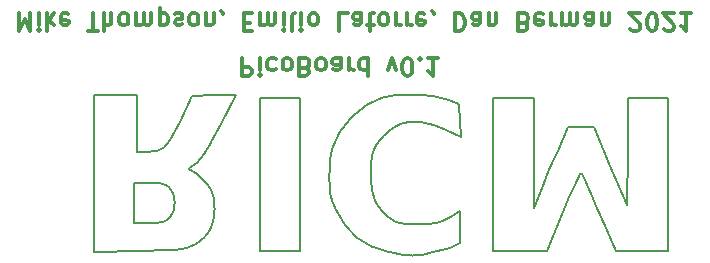
<source format=gbr>
%TF.GenerationSoftware,KiCad,Pcbnew,(5.1.10)-1*%
%TF.CreationDate,2021-07-09T19:13:41-04:00*%
%TF.ProjectId,RICM_pico,5249434d-5f70-4696-936f-2e6b69636164,rev?*%
%TF.SameCoordinates,Original*%
%TF.FileFunction,Legend,Bot*%
%TF.FilePolarity,Positive*%
%FSLAX46Y46*%
G04 Gerber Fmt 4.6, Leading zero omitted, Abs format (unit mm)*
G04 Created by KiCad (PCBNEW (5.1.10)-1) date 2021-07-09 19:13:41*
%MOMM*%
%LPD*%
G01*
G04 APERTURE LIST*
%ADD10C,0.200000*%
%ADD11C,0.300000*%
G04 APERTURE END LIST*
D10*
X164463200Y-121091400D02*
X163627560Y-121477986D01*
X164463200Y-119737582D02*
X164463200Y-121091400D01*
X153614529Y-117503530D02*
G75*
G03*
X153881464Y-118147625I6962471J2508130D01*
G01*
X153464043Y-116950014D02*
G75*
G03*
X153616329Y-117508520I3546932J667118D01*
G01*
X163267357Y-111486675D02*
G75*
G03*
X162219711Y-111061459I-3384811J-6836284D01*
G01*
X162214892Y-111059910D02*
G75*
G03*
X161170185Y-110821707I-1897511J-5912042D01*
G01*
X156941096Y-121344592D02*
G75*
G03*
X158496408Y-121840846I3378343J7902687D01*
G01*
X154714532Y-119560587D02*
G75*
G03*
X155711248Y-120607949I4346294J3138185D01*
G01*
X156565936Y-109332327D02*
G75*
G03*
X155284796Y-110363263I4143272J-6460330D01*
G01*
X164421428Y-110680085D02*
X164479583Y-112087510D01*
X160627355Y-108476575D02*
G75*
G03*
X159094496Y-108506748I-468619J-15144629D01*
G01*
X153390943Y-116329633D02*
G75*
G03*
X153464395Y-116951885I4542539J220750D01*
G01*
X153390752Y-116325675D02*
X153372166Y-115447625D01*
X153393374Y-114773997D02*
X153449976Y-114073073D01*
X153625761Y-113012547D02*
G75*
G03*
X153530292Y-113443205I3110827J-915523D01*
G01*
X154250460Y-111645975D02*
G75*
G03*
X153625008Y-113015108I4437838J-2854734D01*
G01*
X155282678Y-110365379D02*
G75*
G03*
X154248066Y-111649700I5442315J-5443061D01*
G01*
X155708586Y-120605817D02*
G75*
G03*
X156946652Y-121346964I3324286J4148478D01*
G01*
X153883586Y-118152126D02*
G75*
G03*
X154715205Y-119561517I8012194J3777595D01*
G01*
X153372166Y-115447625D02*
X153393374Y-114773997D01*
X153449976Y-114073073D02*
X153530292Y-113443205D01*
X157927886Y-108714132D02*
G75*
G03*
X156570305Y-109329527I1443361J-4989235D01*
G01*
X159097007Y-108506572D02*
G75*
G03*
X157930756Y-108713303I392147J-5605244D01*
G01*
X162141245Y-108599754D02*
G75*
G03*
X160616417Y-108476240I-1981513J-14988513D01*
G01*
X163261999Y-108873986D02*
G75*
G03*
X162129579Y-108598216I-1835465J-5074165D01*
G01*
X163263273Y-108874448D02*
X164363273Y-109272661D01*
X164363273Y-109272661D02*
X164421428Y-110680085D01*
X164479583Y-112087510D02*
X163270218Y-111488092D01*
X142771779Y-120583333D02*
G75*
G03*
X143069293Y-120246046I-2424249J2438234D01*
G01*
X163513273Y-118911704D02*
X164463273Y-118375783D01*
X161170313Y-110821724D02*
G75*
G03*
X160206573Y-110781401I-691258J-4984248D01*
G01*
X137063273Y-108547625D02*
X137063273Y-110947625D01*
X137852154Y-113347625D02*
G75*
G03*
X138796481Y-113252152I-1904J4736798D01*
G01*
X141663883Y-114614348D02*
G75*
G03*
X141520711Y-114687093I611045J-1379877D01*
G01*
X162431529Y-119354008D02*
G75*
G03*
X162931932Y-119198593I-508232J2519697D01*
G01*
X133463273Y-108547625D02*
X135263273Y-108547625D01*
X158059623Y-118590309D02*
G75*
G03*
X158376598Y-118870842I2068555J2017922D01*
G01*
X140699120Y-110771555D02*
X141763273Y-108574823D01*
X142736695Y-113557242D02*
G75*
G03*
X143393638Y-112515809I-10131270J7118791D01*
G01*
X162934268Y-119197596D02*
G75*
G03*
X163513273Y-118911704I-2307942J5403439D01*
G01*
X141763273Y-108574823D02*
X143619836Y-108561224D01*
X164463273Y-118375783D02*
X164463273Y-119729601D01*
X137063273Y-113347625D02*
X137850253Y-113347625D01*
X159280447Y-119358588D02*
G75*
G03*
X159820421Y-119430143I634873J2717765D01*
G01*
X161823532Y-119427387D02*
G75*
G03*
X162430074Y-119354301I-161047J3889965D01*
G01*
X160848367Y-119447625D02*
X161824109Y-119427362D01*
X163627560Y-121477986D02*
X162183547Y-121853924D01*
X160405461Y-122111908D02*
G75*
G03*
X161182231Y-122051734I18473J4805128D01*
G01*
X158698805Y-111349044D02*
G75*
G03*
X157969336Y-111979887I3598847J-4898676D01*
G01*
X133463273Y-115162917D02*
X133463273Y-108547625D01*
X141663142Y-114614675D02*
G75*
G03*
X142167807Y-114256625I-631552J1424841D01*
G01*
X138796443Y-113252159D02*
G75*
G03*
X139396542Y-112948748I-254493J1248501D01*
G01*
X159820421Y-119430143D02*
X160848367Y-119447625D01*
X162183547Y-121853924D02*
X161182231Y-122051734D01*
X157729941Y-118218812D02*
G75*
G03*
X158059472Y-118590155I4101920J3308171D01*
G01*
X159603053Y-122047711D02*
X158496408Y-121840846D01*
X160208538Y-110781296D02*
G75*
G03*
X159415588Y-110953602I135452J-2534062D01*
G01*
X157369939Y-112694144D02*
G75*
G03*
X157061915Y-113340629I1688590J-1201166D01*
G01*
X157246306Y-117471746D02*
G75*
G03*
X157443746Y-117827998I2337051J1062386D01*
G01*
X135263273Y-108547625D02*
X137063273Y-108547625D01*
X156892899Y-114315296D02*
G75*
G03*
X156876384Y-115498769I10100806J-732803D01*
G01*
X143619836Y-108561224D02*
X145476399Y-108547625D01*
X142164791Y-114259837D02*
G75*
G03*
X142731629Y-113564447I-4627260J4350575D01*
G01*
X141480667Y-114744696D02*
G75*
G03*
X141504736Y-114801121I55980J-9467D01*
G01*
X141504285Y-114800814D02*
G75*
G03*
X141620662Y-114866754I459213J674787D01*
G01*
X142061873Y-115138577D02*
G75*
G03*
X141620662Y-114866754I-1360393J-1714140D01*
G01*
X139917134Y-112289057D02*
X140699120Y-110771555D01*
X143071182Y-116115673D02*
G75*
G03*
X142591449Y-115603292I-5478056J-4648242D01*
G01*
X141520682Y-114687110D02*
G75*
G03*
X141480666Y-114744702I41187J-71315D01*
G01*
X158376817Y-118871009D02*
G75*
G03*
X158865963Y-119195460I2719656J3569235D01*
G01*
X159413770Y-110954317D02*
G75*
G03*
X158699488Y-111348543I1160542J-2946947D01*
G01*
X137063273Y-110947625D02*
X137063273Y-113347625D01*
X145476399Y-108547625D02*
X144224663Y-110974831D01*
X144224663Y-110974831D02*
X143393638Y-112515809D01*
X142588947Y-115600870D02*
G75*
G03*
X142062481Y-115139060I-4984430J-5151283D01*
G01*
X157062464Y-113338655D02*
G75*
G03*
X156892897Y-114315320I4807678J-1337752D01*
G01*
X156994157Y-116638289D02*
G75*
G03*
X157245896Y-117470842I3245716J527070D01*
G01*
X157442755Y-117826503D02*
G75*
G03*
X157732248Y-118221669I4334488J2871756D01*
G01*
X139396554Y-112948737D02*
G75*
G03*
X139917134Y-112289057I-1689841J1868766D01*
G01*
X158865300Y-119195082D02*
G75*
G03*
X159281099Y-119358741I765417J1334615D01*
G01*
X143369895Y-116560431D02*
G75*
G03*
X143074535Y-116119627I-2097250J-1085903D01*
G01*
X143597690Y-117267388D02*
G75*
G03*
X143370456Y-116561516I-2222679J-326010D01*
G01*
X143653441Y-118197051D02*
G75*
G03*
X143597778Y-117267991I-5446341J139888D01*
G01*
X143548612Y-119142550D02*
G75*
G03*
X143653416Y-118198038I-5513291J1089829D01*
G01*
X157969567Y-111979652D02*
G75*
G03*
X157369399Y-112694901I4144771J-4087315D01*
G01*
X143284499Y-119906018D02*
G75*
G03*
X143548188Y-119144695I-2611435J1330815D01*
G01*
X159605496Y-122048094D02*
G75*
G03*
X160406885Y-122111914I820184J5235668D01*
G01*
X143070121Y-120244974D02*
G75*
G03*
X143283915Y-119907162I-1713853J1321223D01*
G01*
X156876491Y-115501172D02*
G75*
G03*
X156994534Y-116640602I9791879J438586D01*
G01*
X150863273Y-115247625D02*
X150863273Y-121747625D01*
X138155482Y-119347625D02*
X138855353Y-119329806D01*
X141401173Y-121435428D02*
G75*
G03*
X142033915Y-121149195I-1183671J3459084D01*
G01*
X170674967Y-113397625D02*
X170686661Y-118047625D01*
X174678315Y-111247625D02*
X175741828Y-111247625D01*
X176379679Y-118871375D02*
X175981472Y-117942964D01*
X138856170Y-119329764D02*
G75*
G03*
X139280560Y-119264909I-109845J2139740D01*
G01*
X139219425Y-116031211D02*
G75*
G03*
X138781131Y-115966501I-581681J-2423137D01*
G01*
X168963273Y-108747625D02*
X170663273Y-108747625D01*
X178670782Y-108747625D02*
X180367027Y-108747625D01*
X177052413Y-120397625D02*
X176759696Y-119743303D01*
X150863273Y-121747625D02*
X149163273Y-121747625D01*
X136863273Y-115947625D02*
X136863273Y-117647625D01*
X147463273Y-115247625D02*
X147463273Y-108747625D01*
X176759696Y-119743303D02*
X176379679Y-118871375D01*
X138781131Y-115966501D02*
X138125560Y-115947625D01*
X149163273Y-108747625D02*
X150863273Y-108747625D01*
X182063273Y-115247625D02*
X182063273Y-121747625D01*
X138125560Y-115947625D02*
X136863273Y-115947625D01*
X167263273Y-115247625D02*
X167263273Y-108747625D01*
X139719150Y-121660559D02*
X137313273Y-121712917D01*
X133463273Y-121778210D02*
X133463273Y-115162917D01*
X139716811Y-121660620D02*
G75*
G03*
X140740526Y-121586166I-292464J11096233D01*
G01*
X140157622Y-116876111D02*
G75*
G03*
X139825560Y-116355416I-1172721J-381646D01*
G01*
X171530028Y-115970861D02*
X171913593Y-115071375D01*
X150863273Y-108747625D02*
X150863273Y-115247625D01*
X182063273Y-121747625D02*
X179865264Y-121747625D01*
X149163273Y-121747625D02*
X147463273Y-121747625D01*
X178617027Y-113297625D02*
X178670782Y-108747625D01*
X147463273Y-108747625D02*
X149163273Y-108747625D01*
X170686661Y-118047625D02*
X171250810Y-116647625D01*
X136863273Y-117647625D02*
X136863273Y-119347625D01*
X142032407Y-121150057D02*
G75*
G03*
X142416756Y-120894105I-1685049J2946895D01*
G01*
X172329043Y-114115787D02*
X172714881Y-113247625D01*
X147463273Y-121747625D02*
X147463273Y-115247625D01*
X139855911Y-118909450D02*
G75*
G03*
X140174864Y-118350209I-1028030J956892D01*
G01*
X173614801Y-111247625D02*
X174678315Y-111247625D01*
X177152550Y-114547625D02*
X178563273Y-117847625D01*
X140175095Y-118349426D02*
G75*
G03*
X140277862Y-117606815I-2418334J713080D01*
G01*
X137313273Y-121712917D02*
X133463273Y-121778210D01*
X179865264Y-121747625D02*
X177667255Y-121747625D01*
X177667255Y-121747625D02*
X177052413Y-120397625D01*
X139281012Y-119264793D02*
G75*
G03*
X139584615Y-119133955I-268354J1040368D01*
G01*
X140277842Y-117605196D02*
G75*
G03*
X140157742Y-116876480I-2455118J-30375D01*
G01*
X170663273Y-108747625D02*
X170674967Y-113397625D01*
X171250810Y-116647625D02*
X171530028Y-115970861D01*
X180367027Y-108747625D02*
X182063273Y-108747625D01*
X175981472Y-117942964D02*
X175625653Y-117097625D01*
X175625653Y-117097625D02*
X175304468Y-116350093D01*
X136863273Y-119347625D02*
X138155482Y-119347625D01*
X172714881Y-113247625D02*
X173614801Y-111247625D01*
X142414481Y-120895853D02*
G75*
G03*
X142770996Y-120584112I-2265203J2950276D01*
G01*
X175741828Y-111247625D02*
X177152550Y-114547625D01*
X178563273Y-117847625D02*
X178617027Y-113297625D01*
X182063273Y-108747625D02*
X182063273Y-115247625D01*
X175011759Y-115720437D02*
X174750606Y-115193589D01*
X175304468Y-116350093D02*
X175011759Y-115720437D01*
X174750583Y-115193545D02*
G75*
G03*
X174675941Y-115147625I-74642J-37705D01*
G01*
X139825740Y-116355583D02*
G75*
G03*
X139544313Y-116154593I-909232J-975586D01*
G01*
X139544423Y-116154652D02*
G75*
G03*
X139219025Y-116031116I-644873J-1208296D01*
G01*
X140742721Y-121585903D02*
G75*
G03*
X141398675Y-121436281I-383800J3195306D01*
G01*
X167263273Y-108747625D02*
X168963273Y-108747625D01*
X171913593Y-115071375D02*
X172329043Y-114115787D01*
X139583876Y-119134419D02*
G75*
G03*
X139855482Y-118909912I-722635J1150781D01*
G01*
X167263273Y-121747625D02*
X167263273Y-115247625D01*
X171782366Y-121747625D02*
X169522819Y-121747625D01*
X174599601Y-115196294D02*
X174173869Y-116117000D01*
X173160257Y-118447625D02*
X171782366Y-121747625D01*
X173698451Y-117182429D02*
X173160257Y-118447625D01*
X174675885Y-115147624D02*
G75*
G03*
X174599601Y-115196294I56J-84206D01*
G01*
X169522819Y-121747625D02*
X167263273Y-121747625D01*
X174173869Y-116117000D02*
X173698451Y-117182429D01*
D11*
X127068428Y-101616828D02*
X127068428Y-103116828D01*
X127568428Y-102045400D01*
X128068428Y-103116828D01*
X128068428Y-101616828D01*
X128782714Y-101616828D02*
X128782714Y-102616828D01*
X128782714Y-103116828D02*
X128711285Y-103045400D01*
X128782714Y-102973971D01*
X128854142Y-103045400D01*
X128782714Y-103116828D01*
X128782714Y-102973971D01*
X129497000Y-101616828D02*
X129497000Y-103116828D01*
X129639857Y-102188257D02*
X130068428Y-101616828D01*
X130068428Y-102616828D02*
X129497000Y-102045400D01*
X131282714Y-101688257D02*
X131139857Y-101616828D01*
X130854142Y-101616828D01*
X130711285Y-101688257D01*
X130639857Y-101831114D01*
X130639857Y-102402542D01*
X130711285Y-102545400D01*
X130854142Y-102616828D01*
X131139857Y-102616828D01*
X131282714Y-102545400D01*
X131354142Y-102402542D01*
X131354142Y-102259685D01*
X130639857Y-102116828D01*
X132925571Y-103116828D02*
X133782714Y-103116828D01*
X133354142Y-101616828D02*
X133354142Y-103116828D01*
X134282714Y-101616828D02*
X134282714Y-103116828D01*
X134925571Y-101616828D02*
X134925571Y-102402542D01*
X134854142Y-102545400D01*
X134711285Y-102616828D01*
X134497000Y-102616828D01*
X134354142Y-102545400D01*
X134282714Y-102473971D01*
X135854142Y-101616828D02*
X135711285Y-101688257D01*
X135639857Y-101759685D01*
X135568428Y-101902542D01*
X135568428Y-102331114D01*
X135639857Y-102473971D01*
X135711285Y-102545400D01*
X135854142Y-102616828D01*
X136068428Y-102616828D01*
X136211285Y-102545400D01*
X136282714Y-102473971D01*
X136354142Y-102331114D01*
X136354142Y-101902542D01*
X136282714Y-101759685D01*
X136211285Y-101688257D01*
X136068428Y-101616828D01*
X135854142Y-101616828D01*
X136997000Y-101616828D02*
X136997000Y-102616828D01*
X136997000Y-102473971D02*
X137068428Y-102545400D01*
X137211285Y-102616828D01*
X137425571Y-102616828D01*
X137568428Y-102545400D01*
X137639857Y-102402542D01*
X137639857Y-101616828D01*
X137639857Y-102402542D02*
X137711285Y-102545400D01*
X137854142Y-102616828D01*
X138068428Y-102616828D01*
X138211285Y-102545400D01*
X138282714Y-102402542D01*
X138282714Y-101616828D01*
X138997000Y-102616828D02*
X138997000Y-101116828D01*
X138997000Y-102545400D02*
X139139857Y-102616828D01*
X139425571Y-102616828D01*
X139568428Y-102545400D01*
X139639857Y-102473971D01*
X139711285Y-102331114D01*
X139711285Y-101902542D01*
X139639857Y-101759685D01*
X139568428Y-101688257D01*
X139425571Y-101616828D01*
X139139857Y-101616828D01*
X138997000Y-101688257D01*
X140282714Y-101688257D02*
X140425571Y-101616828D01*
X140711285Y-101616828D01*
X140854142Y-101688257D01*
X140925571Y-101831114D01*
X140925571Y-101902542D01*
X140854142Y-102045400D01*
X140711285Y-102116828D01*
X140497000Y-102116828D01*
X140354142Y-102188257D01*
X140282714Y-102331114D01*
X140282714Y-102402542D01*
X140354142Y-102545400D01*
X140497000Y-102616828D01*
X140711285Y-102616828D01*
X140854142Y-102545400D01*
X141782714Y-101616828D02*
X141639857Y-101688257D01*
X141568428Y-101759685D01*
X141497000Y-101902542D01*
X141497000Y-102331114D01*
X141568428Y-102473971D01*
X141639857Y-102545400D01*
X141782714Y-102616828D01*
X141997000Y-102616828D01*
X142139857Y-102545400D01*
X142211285Y-102473971D01*
X142282714Y-102331114D01*
X142282714Y-101902542D01*
X142211285Y-101759685D01*
X142139857Y-101688257D01*
X141997000Y-101616828D01*
X141782714Y-101616828D01*
X142925571Y-102616828D02*
X142925571Y-101616828D01*
X142925571Y-102473971D02*
X142997000Y-102545400D01*
X143139857Y-102616828D01*
X143354142Y-102616828D01*
X143497000Y-102545400D01*
X143568428Y-102402542D01*
X143568428Y-101616828D01*
X144354142Y-101688257D02*
X144354142Y-101616828D01*
X144282714Y-101473971D01*
X144211285Y-101402542D01*
X146139857Y-102402542D02*
X146639857Y-102402542D01*
X146854142Y-101616828D02*
X146139857Y-101616828D01*
X146139857Y-103116828D01*
X146854142Y-103116828D01*
X147497000Y-101616828D02*
X147497000Y-102616828D01*
X147497000Y-102473971D02*
X147568428Y-102545400D01*
X147711285Y-102616828D01*
X147925571Y-102616828D01*
X148068428Y-102545400D01*
X148139857Y-102402542D01*
X148139857Y-101616828D01*
X148139857Y-102402542D02*
X148211285Y-102545400D01*
X148354142Y-102616828D01*
X148568428Y-102616828D01*
X148711285Y-102545400D01*
X148782714Y-102402542D01*
X148782714Y-101616828D01*
X149497000Y-101616828D02*
X149497000Y-102616828D01*
X149497000Y-103116828D02*
X149425571Y-103045400D01*
X149497000Y-102973971D01*
X149568428Y-103045400D01*
X149497000Y-103116828D01*
X149497000Y-102973971D01*
X150425571Y-101616828D02*
X150282714Y-101688257D01*
X150211285Y-101831114D01*
X150211285Y-103116828D01*
X150997000Y-101616828D02*
X150997000Y-102616828D01*
X150997000Y-103116828D02*
X150925571Y-103045400D01*
X150997000Y-102973971D01*
X151068428Y-103045400D01*
X150997000Y-103116828D01*
X150997000Y-102973971D01*
X151925571Y-101616828D02*
X151782714Y-101688257D01*
X151711285Y-101759685D01*
X151639857Y-101902542D01*
X151639857Y-102331114D01*
X151711285Y-102473971D01*
X151782714Y-102545400D01*
X151925571Y-102616828D01*
X152139857Y-102616828D01*
X152282714Y-102545400D01*
X152354142Y-102473971D01*
X152425571Y-102331114D01*
X152425571Y-101902542D01*
X152354142Y-101759685D01*
X152282714Y-101688257D01*
X152139857Y-101616828D01*
X151925571Y-101616828D01*
X154925571Y-101616828D02*
X154211285Y-101616828D01*
X154211285Y-103116828D01*
X156068428Y-101616828D02*
X156068428Y-102402542D01*
X155997000Y-102545400D01*
X155854142Y-102616828D01*
X155568428Y-102616828D01*
X155425571Y-102545400D01*
X156068428Y-101688257D02*
X155925571Y-101616828D01*
X155568428Y-101616828D01*
X155425571Y-101688257D01*
X155354142Y-101831114D01*
X155354142Y-101973971D01*
X155425571Y-102116828D01*
X155568428Y-102188257D01*
X155925571Y-102188257D01*
X156068428Y-102259685D01*
X156568428Y-102616828D02*
X157139857Y-102616828D01*
X156782714Y-103116828D02*
X156782714Y-101831114D01*
X156854142Y-101688257D01*
X156997000Y-101616828D01*
X157139857Y-101616828D01*
X157854142Y-101616828D02*
X157711285Y-101688257D01*
X157639857Y-101759685D01*
X157568428Y-101902542D01*
X157568428Y-102331114D01*
X157639857Y-102473971D01*
X157711285Y-102545400D01*
X157854142Y-102616828D01*
X158068428Y-102616828D01*
X158211285Y-102545400D01*
X158282714Y-102473971D01*
X158354142Y-102331114D01*
X158354142Y-101902542D01*
X158282714Y-101759685D01*
X158211285Y-101688257D01*
X158068428Y-101616828D01*
X157854142Y-101616828D01*
X158997000Y-101616828D02*
X158997000Y-102616828D01*
X158997000Y-102331114D02*
X159068428Y-102473971D01*
X159139857Y-102545400D01*
X159282714Y-102616828D01*
X159425571Y-102616828D01*
X159925571Y-101616828D02*
X159925571Y-102616828D01*
X159925571Y-102331114D02*
X159997000Y-102473971D01*
X160068428Y-102545400D01*
X160211285Y-102616828D01*
X160354142Y-102616828D01*
X161425571Y-101688257D02*
X161282714Y-101616828D01*
X160997000Y-101616828D01*
X160854142Y-101688257D01*
X160782714Y-101831114D01*
X160782714Y-102402542D01*
X160854142Y-102545400D01*
X160997000Y-102616828D01*
X161282714Y-102616828D01*
X161425571Y-102545400D01*
X161497000Y-102402542D01*
X161497000Y-102259685D01*
X160782714Y-102116828D01*
X162211285Y-101688257D02*
X162211285Y-101616828D01*
X162139857Y-101473971D01*
X162068428Y-101402542D01*
X163997000Y-101616828D02*
X163997000Y-103116828D01*
X164354142Y-103116828D01*
X164568428Y-103045400D01*
X164711285Y-102902542D01*
X164782714Y-102759685D01*
X164854142Y-102473971D01*
X164854142Y-102259685D01*
X164782714Y-101973971D01*
X164711285Y-101831114D01*
X164568428Y-101688257D01*
X164354142Y-101616828D01*
X163997000Y-101616828D01*
X166139857Y-101616828D02*
X166139857Y-102402542D01*
X166068428Y-102545400D01*
X165925571Y-102616828D01*
X165639857Y-102616828D01*
X165497000Y-102545400D01*
X166139857Y-101688257D02*
X165997000Y-101616828D01*
X165639857Y-101616828D01*
X165497000Y-101688257D01*
X165425571Y-101831114D01*
X165425571Y-101973971D01*
X165497000Y-102116828D01*
X165639857Y-102188257D01*
X165997000Y-102188257D01*
X166139857Y-102259685D01*
X166854142Y-102616828D02*
X166854142Y-101616828D01*
X166854142Y-102473971D02*
X166925571Y-102545400D01*
X167068428Y-102616828D01*
X167282714Y-102616828D01*
X167425571Y-102545400D01*
X167497000Y-102402542D01*
X167497000Y-101616828D01*
X169854142Y-102402542D02*
X170068428Y-102331114D01*
X170139857Y-102259685D01*
X170211285Y-102116828D01*
X170211285Y-101902542D01*
X170139857Y-101759685D01*
X170068428Y-101688257D01*
X169925571Y-101616828D01*
X169354142Y-101616828D01*
X169354142Y-103116828D01*
X169854142Y-103116828D01*
X169997000Y-103045400D01*
X170068428Y-102973971D01*
X170139857Y-102831114D01*
X170139857Y-102688257D01*
X170068428Y-102545400D01*
X169997000Y-102473971D01*
X169854142Y-102402542D01*
X169354142Y-102402542D01*
X171425571Y-101688257D02*
X171282714Y-101616828D01*
X170997000Y-101616828D01*
X170854142Y-101688257D01*
X170782714Y-101831114D01*
X170782714Y-102402542D01*
X170854142Y-102545400D01*
X170997000Y-102616828D01*
X171282714Y-102616828D01*
X171425571Y-102545400D01*
X171497000Y-102402542D01*
X171497000Y-102259685D01*
X170782714Y-102116828D01*
X172139857Y-101616828D02*
X172139857Y-102616828D01*
X172139857Y-102331114D02*
X172211285Y-102473971D01*
X172282714Y-102545400D01*
X172425571Y-102616828D01*
X172568428Y-102616828D01*
X173068428Y-101616828D02*
X173068428Y-102616828D01*
X173068428Y-102473971D02*
X173139857Y-102545400D01*
X173282714Y-102616828D01*
X173497000Y-102616828D01*
X173639857Y-102545400D01*
X173711285Y-102402542D01*
X173711285Y-101616828D01*
X173711285Y-102402542D02*
X173782714Y-102545400D01*
X173925571Y-102616828D01*
X174139857Y-102616828D01*
X174282714Y-102545400D01*
X174354142Y-102402542D01*
X174354142Y-101616828D01*
X175711285Y-101616828D02*
X175711285Y-102402542D01*
X175639857Y-102545400D01*
X175497000Y-102616828D01*
X175211285Y-102616828D01*
X175068428Y-102545400D01*
X175711285Y-101688257D02*
X175568428Y-101616828D01*
X175211285Y-101616828D01*
X175068428Y-101688257D01*
X174997000Y-101831114D01*
X174997000Y-101973971D01*
X175068428Y-102116828D01*
X175211285Y-102188257D01*
X175568428Y-102188257D01*
X175711285Y-102259685D01*
X176425571Y-102616828D02*
X176425571Y-101616828D01*
X176425571Y-102473971D02*
X176497000Y-102545400D01*
X176639857Y-102616828D01*
X176854142Y-102616828D01*
X176997000Y-102545400D01*
X177068428Y-102402542D01*
X177068428Y-101616828D01*
X178854142Y-102973971D02*
X178925571Y-103045400D01*
X179068428Y-103116828D01*
X179425571Y-103116828D01*
X179568428Y-103045400D01*
X179639857Y-102973971D01*
X179711285Y-102831114D01*
X179711285Y-102688257D01*
X179639857Y-102473971D01*
X178782714Y-101616828D01*
X179711285Y-101616828D01*
X180639857Y-103116828D02*
X180782714Y-103116828D01*
X180925571Y-103045400D01*
X180997000Y-102973971D01*
X181068428Y-102831114D01*
X181139857Y-102545400D01*
X181139857Y-102188257D01*
X181068428Y-101902542D01*
X180997000Y-101759685D01*
X180925571Y-101688257D01*
X180782714Y-101616828D01*
X180639857Y-101616828D01*
X180497000Y-101688257D01*
X180425571Y-101759685D01*
X180354142Y-101902542D01*
X180282714Y-102188257D01*
X180282714Y-102545400D01*
X180354142Y-102831114D01*
X180425571Y-102973971D01*
X180497000Y-103045400D01*
X180639857Y-103116828D01*
X181711285Y-102973971D02*
X181782714Y-103045400D01*
X181925571Y-103116828D01*
X182282714Y-103116828D01*
X182425571Y-103045400D01*
X182497000Y-102973971D01*
X182568428Y-102831114D01*
X182568428Y-102688257D01*
X182497000Y-102473971D01*
X181639857Y-101616828D01*
X182568428Y-101616828D01*
X183997000Y-101616828D02*
X183139857Y-101616828D01*
X183568428Y-101616828D02*
X183568428Y-103116828D01*
X183425571Y-102902542D01*
X183282714Y-102759685D01*
X183139857Y-102688257D01*
X145977000Y-105426828D02*
X145977000Y-106926828D01*
X146548428Y-106926828D01*
X146691285Y-106855400D01*
X146762714Y-106783971D01*
X146834142Y-106641114D01*
X146834142Y-106426828D01*
X146762714Y-106283971D01*
X146691285Y-106212542D01*
X146548428Y-106141114D01*
X145977000Y-106141114D01*
X147477000Y-105426828D02*
X147477000Y-106426828D01*
X147477000Y-106926828D02*
X147405571Y-106855400D01*
X147477000Y-106783971D01*
X147548428Y-106855400D01*
X147477000Y-106926828D01*
X147477000Y-106783971D01*
X148834142Y-105498257D02*
X148691285Y-105426828D01*
X148405571Y-105426828D01*
X148262714Y-105498257D01*
X148191285Y-105569685D01*
X148119857Y-105712542D01*
X148119857Y-106141114D01*
X148191285Y-106283971D01*
X148262714Y-106355400D01*
X148405571Y-106426828D01*
X148691285Y-106426828D01*
X148834142Y-106355400D01*
X149691285Y-105426828D02*
X149548428Y-105498257D01*
X149477000Y-105569685D01*
X149405571Y-105712542D01*
X149405571Y-106141114D01*
X149477000Y-106283971D01*
X149548428Y-106355400D01*
X149691285Y-106426828D01*
X149905571Y-106426828D01*
X150048428Y-106355400D01*
X150119857Y-106283971D01*
X150191285Y-106141114D01*
X150191285Y-105712542D01*
X150119857Y-105569685D01*
X150048428Y-105498257D01*
X149905571Y-105426828D01*
X149691285Y-105426828D01*
X151334142Y-106212542D02*
X151548428Y-106141114D01*
X151619857Y-106069685D01*
X151691285Y-105926828D01*
X151691285Y-105712542D01*
X151619857Y-105569685D01*
X151548428Y-105498257D01*
X151405571Y-105426828D01*
X150834142Y-105426828D01*
X150834142Y-106926828D01*
X151334142Y-106926828D01*
X151477000Y-106855400D01*
X151548428Y-106783971D01*
X151619857Y-106641114D01*
X151619857Y-106498257D01*
X151548428Y-106355400D01*
X151477000Y-106283971D01*
X151334142Y-106212542D01*
X150834142Y-106212542D01*
X152548428Y-105426828D02*
X152405571Y-105498257D01*
X152334142Y-105569685D01*
X152262714Y-105712542D01*
X152262714Y-106141114D01*
X152334142Y-106283971D01*
X152405571Y-106355400D01*
X152548428Y-106426828D01*
X152762714Y-106426828D01*
X152905571Y-106355400D01*
X152977000Y-106283971D01*
X153048428Y-106141114D01*
X153048428Y-105712542D01*
X152977000Y-105569685D01*
X152905571Y-105498257D01*
X152762714Y-105426828D01*
X152548428Y-105426828D01*
X154334142Y-105426828D02*
X154334142Y-106212542D01*
X154262714Y-106355400D01*
X154119857Y-106426828D01*
X153834142Y-106426828D01*
X153691285Y-106355400D01*
X154334142Y-105498257D02*
X154191285Y-105426828D01*
X153834142Y-105426828D01*
X153691285Y-105498257D01*
X153619857Y-105641114D01*
X153619857Y-105783971D01*
X153691285Y-105926828D01*
X153834142Y-105998257D01*
X154191285Y-105998257D01*
X154334142Y-106069685D01*
X155048428Y-105426828D02*
X155048428Y-106426828D01*
X155048428Y-106141114D02*
X155119857Y-106283971D01*
X155191285Y-106355400D01*
X155334142Y-106426828D01*
X155477000Y-106426828D01*
X156619857Y-105426828D02*
X156619857Y-106926828D01*
X156619857Y-105498257D02*
X156477000Y-105426828D01*
X156191285Y-105426828D01*
X156048428Y-105498257D01*
X155977000Y-105569685D01*
X155905571Y-105712542D01*
X155905571Y-106141114D01*
X155977000Y-106283971D01*
X156048428Y-106355400D01*
X156191285Y-106426828D01*
X156477000Y-106426828D01*
X156619857Y-106355400D01*
X158334142Y-106426828D02*
X158691285Y-105426828D01*
X159048428Y-106426828D01*
X159905571Y-106926828D02*
X160048428Y-106926828D01*
X160191285Y-106855400D01*
X160262714Y-106783971D01*
X160334142Y-106641114D01*
X160405571Y-106355400D01*
X160405571Y-105998257D01*
X160334142Y-105712542D01*
X160262714Y-105569685D01*
X160191285Y-105498257D01*
X160048428Y-105426828D01*
X159905571Y-105426828D01*
X159762714Y-105498257D01*
X159691285Y-105569685D01*
X159619857Y-105712542D01*
X159548428Y-105998257D01*
X159548428Y-106355400D01*
X159619857Y-106641114D01*
X159691285Y-106783971D01*
X159762714Y-106855400D01*
X159905571Y-106926828D01*
X161048428Y-105569685D02*
X161119857Y-105498257D01*
X161048428Y-105426828D01*
X160977000Y-105498257D01*
X161048428Y-105569685D01*
X161048428Y-105426828D01*
X162548428Y-105426828D02*
X161691285Y-105426828D01*
X162119857Y-105426828D02*
X162119857Y-106926828D01*
X161977000Y-106712542D01*
X161834142Y-106569685D01*
X161691285Y-106498257D01*
M02*

</source>
